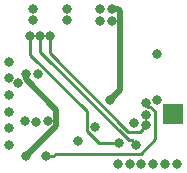
<source format=gbr>
G04 #@! TF.GenerationSoftware,KiCad,Pcbnew,(5.1.2)-1*
G04 #@! TF.CreationDate,2020-11-19T11:24:46+01:00*
G04 #@! TF.ProjectId,HB-ES-PMSwX-Pl_GosoundSP111,48422d45-532d-4504-9d53-77582d506c5f,rev?*
G04 #@! TF.SameCoordinates,Original*
G04 #@! TF.FileFunction,Copper,L3,Inr*
G04 #@! TF.FilePolarity,Positive*
%FSLAX46Y46*%
G04 Gerber Fmt 4.6, Leading zero omitted, Abs format (unit mm)*
G04 Created by KiCad (PCBNEW (5.1.2)-1) date 2020-11-19 11:24:46*
%MOMM*%
%LPD*%
G04 APERTURE LIST*
%ADD10R,1.700000X1.700000*%
%ADD11C,0.800000*%
%ADD12C,0.500000*%
%ADD13C,0.250000*%
G04 APERTURE END LIST*
D10*
X126669800Y-66776600D03*
D11*
X115951000Y-70332600D03*
X121335800Y-65608200D03*
X123342400Y-67513200D03*
X121488200Y-57861200D03*
X118592600Y-69062600D03*
X114223800Y-63398400D03*
X122000000Y-71000000D03*
X120472200Y-57886600D03*
X117678200Y-57886600D03*
X114858800Y-57861200D03*
X114223800Y-70332600D03*
X125298200Y-61671200D03*
X120091200Y-67818000D03*
X125298200Y-65557400D03*
X115214400Y-63398400D03*
X125984000Y-71000000D03*
X120472200Y-58877200D03*
X117678200Y-58826400D03*
X114833400Y-58826400D03*
X121488200Y-58877200D03*
X116078000Y-67310000D03*
X113563400Y-64160400D03*
X123000000Y-71000000D03*
X124409200Y-66852800D03*
X115062000Y-67411600D03*
X124409200Y-65862200D03*
X114173000Y-67386200D03*
X112826800Y-69342000D03*
X112826800Y-67945000D03*
X112801400Y-66548000D03*
X112801400Y-65176400D03*
X112801400Y-63728600D03*
X112826800Y-62331600D03*
X115443000Y-60147200D03*
X123571000Y-69392800D03*
X127000000Y-71000000D03*
X114604800Y-60147200D03*
X122072400Y-69189600D03*
X124993400Y-71000000D03*
X116281200Y-60147200D03*
X124409200Y-67716400D03*
X124000000Y-71000000D03*
D12*
X114223800Y-70332600D02*
X116803001Y-67753399D01*
X122053885Y-57861200D02*
X121488200Y-57861200D01*
X122213201Y-58020516D02*
X122053885Y-57861200D01*
X122213201Y-64730799D02*
X122213201Y-58020516D01*
X121335800Y-65608200D02*
X122213201Y-64730799D01*
X114223800Y-63818400D02*
X114223800Y-63398400D01*
X116803001Y-66397601D02*
X114223800Y-63818400D01*
X116803001Y-67753399D02*
X116803001Y-66397601D01*
D13*
X125134201Y-68902601D02*
X123919001Y-70117801D01*
X125134201Y-66504799D02*
X125134201Y-68902601D01*
X124757201Y-66127799D02*
X125134201Y-66504799D01*
X124522399Y-66127799D02*
X124757201Y-66127799D01*
X124409200Y-66014600D02*
X124522399Y-66127799D01*
X124409200Y-65862200D02*
X124409200Y-66014600D01*
X116516685Y-70332600D02*
X115951000Y-70332600D01*
X116731484Y-70117801D02*
X116516685Y-70332600D01*
X123919001Y-70117801D02*
X116731484Y-70117801D01*
X123171001Y-68992801D02*
X123571000Y-69392800D01*
X122948603Y-68992801D02*
X123171001Y-68992801D01*
X115443000Y-61487198D02*
X122948603Y-68992801D01*
X115443000Y-60147200D02*
X115443000Y-61487198D01*
X119366199Y-68166001D02*
X120389798Y-69189600D01*
X119366199Y-66502597D02*
X119366199Y-68166001D01*
X114604800Y-61741198D02*
X119366199Y-66502597D01*
X114604800Y-60147200D02*
X114604800Y-61741198D01*
X120389798Y-69189600D02*
X121506715Y-69189600D01*
X121506715Y-69189600D02*
X122072400Y-69189600D01*
X124009201Y-68116399D02*
X124409200Y-67716400D01*
X122892799Y-68238201D02*
X123887399Y-68238201D01*
X116281200Y-61626602D02*
X122892799Y-68238201D01*
X116281200Y-60147200D02*
X116281200Y-61626602D01*
X123887399Y-68238201D02*
X124009201Y-68116399D01*
M02*

</source>
